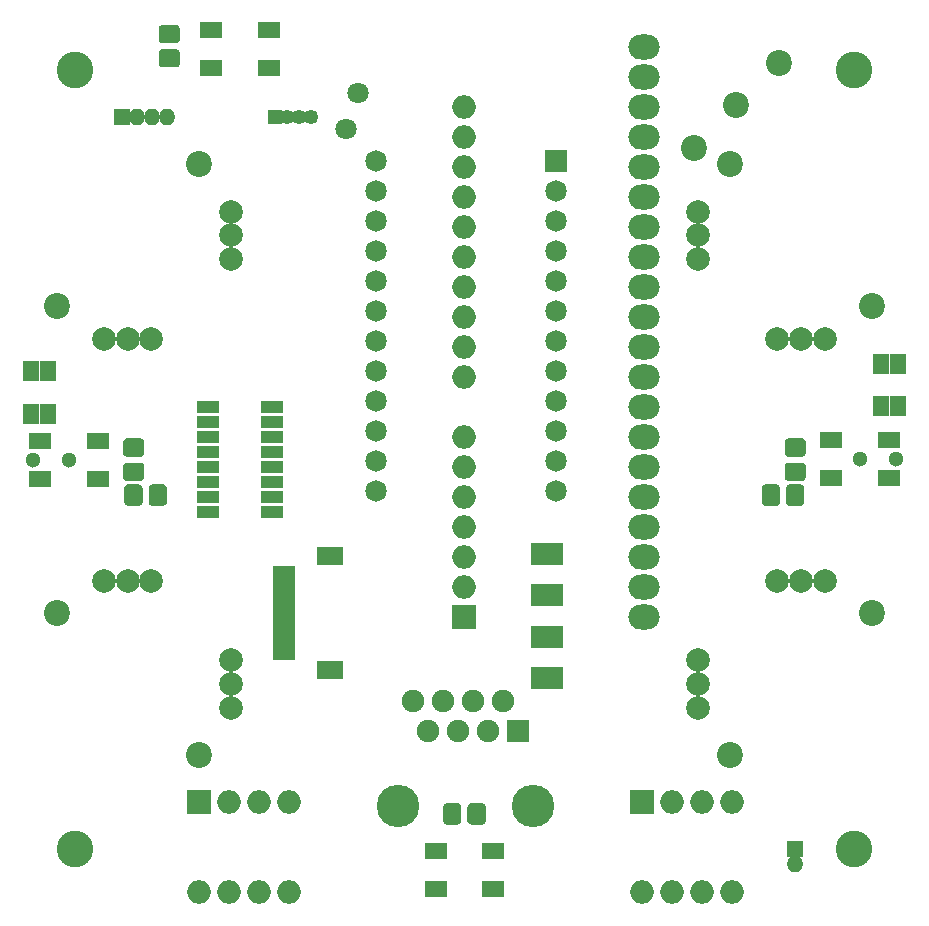
<source format=gts>
G04 #@! TF.GenerationSoftware,KiCad,Pcbnew,(5.0.0)*
G04 #@! TF.CreationDate,2018-11-07T01:04:37+09:00*
G04 #@! TF.ProjectId,handheld_machine_back,68616E6468656C645F6D616368696E65,rev?*
G04 #@! TF.SameCoordinates,Original*
G04 #@! TF.FileFunction,Soldermask,Top*
G04 #@! TF.FilePolarity,Negative*
%FSLAX46Y46*%
G04 Gerber Fmt 4.6, Leading zero omitted, Abs format (unit mm)*
G04 Created by KiCad (PCBNEW (5.0.0)) date 11/07/18 01:04:37*
%MOMM*%
%LPD*%
G01*
G04 APERTURE LIST*
%ADD10C,2.200000*%
%ADD11C,2.000000*%
%ADD12O,2.650000X2.127200*%
%ADD13O,2.000000X2.000000*%
%ADD14R,2.000000X2.000000*%
%ADD15C,3.100000*%
%ADD16C,1.825000*%
%ADD17R,1.825000X1.825000*%
%ADD18C,0.100000*%
%ADD19C,1.550000*%
%ADD20R,1.450000X1.800000*%
%ADD21C,1.300000*%
%ADD22R,1.900000X1.000000*%
%ADD23R,1.900000X1.400000*%
%ADD24R,2.200000X1.600000*%
%ADD25R,1.950000X1.000000*%
%ADD26C,3.600000*%
%ADD27R,1.900000X1.900000*%
%ADD28C,1.900000*%
%ADD29R,1.400000X1.900000*%
%ADD30C,1.800000*%
%ADD31R,1.400000X1.400000*%
%ADD32O,1.400000X1.400000*%
%ADD33R,1.250000X1.250000*%
%ADD34O,1.250000X1.250000*%
G04 APERTURE END LIST*
D10*
G04 #@! TO.C,U4*
X103500000Y-125000000D03*
X115500000Y-137000000D03*
D11*
X111500000Y-122250000D03*
X109500000Y-122250000D03*
X107500000Y-122250000D03*
X118250000Y-133000000D03*
X118250000Y-131000000D03*
X118250000Y-129000000D03*
G04 #@! TD*
D10*
G04 #@! TO.C,U3*
X160500000Y-137000000D03*
X172500000Y-125000000D03*
D11*
X157750000Y-129000000D03*
X157750000Y-131000000D03*
X157750000Y-133000000D03*
X168500000Y-122250000D03*
X166500000Y-122250000D03*
X164500000Y-122250000D03*
G04 #@! TD*
D10*
G04 #@! TO.C,U2*
X172500000Y-99000000D03*
X160500000Y-87000000D03*
D11*
X164500000Y-101750000D03*
X166500000Y-101750000D03*
X168500000Y-101750000D03*
X157750000Y-91000000D03*
X157750000Y-93000000D03*
X157750000Y-95000000D03*
G04 #@! TD*
D10*
G04 #@! TO.C,U1*
X115500000Y-87000000D03*
X103500000Y-99000000D03*
D11*
X118250000Y-95000000D03*
X118250000Y-93000000D03*
X118250000Y-91000000D03*
X107500000Y-101750000D03*
X109500000Y-101750000D03*
X111500000Y-101750000D03*
G04 #@! TD*
D12*
G04 #@! TO.C,U6*
X153240000Y-125351600D03*
X153240000Y-122760800D03*
X153240000Y-120220800D03*
X153240000Y-117680800D03*
X153240000Y-115140800D03*
X153240000Y-112600800D03*
X153240000Y-110060800D03*
X153240000Y-107520800D03*
X153240000Y-104980800D03*
X153240000Y-102440800D03*
X153240000Y-99900800D03*
X153240000Y-97360800D03*
X153240000Y-94820800D03*
X153240000Y-92280800D03*
X153240000Y-89740800D03*
X153240000Y-87200800D03*
X153240000Y-84660800D03*
X153240000Y-82120800D03*
X153240000Y-79580800D03*
X153240000Y-77040800D03*
D13*
X138000000Y-82120800D03*
X138000000Y-84660800D03*
X138000000Y-87200800D03*
X138000000Y-89740800D03*
X138000000Y-92280800D03*
X138000000Y-94820800D03*
X138000000Y-97360800D03*
X138000000Y-99900800D03*
X138000000Y-102440800D03*
X138000000Y-104980800D03*
X138000000Y-110060800D03*
X138000000Y-112600800D03*
X138000000Y-115140800D03*
X138000000Y-117680800D03*
X138000000Y-120220800D03*
X138000000Y-122760800D03*
D14*
X138000000Y-125300800D03*
G04 #@! TD*
D13*
G04 #@! TO.C,SW6*
X153000000Y-148620000D03*
X160620000Y-141000000D03*
X155540000Y-148620000D03*
X158080000Y-141000000D03*
X158080000Y-148620000D03*
X155540000Y-141000000D03*
X160620000Y-148620000D03*
D14*
X153000000Y-141000000D03*
G04 #@! TD*
G04 #@! TO.C,SW5*
X115500000Y-141000000D03*
D13*
X123120000Y-148620000D03*
X118040000Y-141000000D03*
X120580000Y-148620000D03*
X120580000Y-141000000D03*
X118040000Y-148620000D03*
X123120000Y-141000000D03*
X115500000Y-148620000D03*
G04 #@! TD*
D15*
G04 #@! TO.C,MH1*
X105000000Y-79000000D03*
G04 #@! TD*
G04 #@! TO.C,MH2*
X171000000Y-79000000D03*
G04 #@! TD*
G04 #@! TO.C,MH3*
X105000000Y-145000000D03*
G04 #@! TD*
G04 #@! TO.C,MH4*
X171000000Y-145000000D03*
G04 #@! TD*
D16*
G04 #@! TO.C,IC1*
X130500000Y-86750000D03*
X130500000Y-89290000D03*
X130500000Y-91830000D03*
X130500000Y-94370000D03*
X130500000Y-96910000D03*
X130500000Y-99450000D03*
X130500000Y-101990000D03*
X130500000Y-104530000D03*
X130500000Y-107070000D03*
X130500000Y-109610000D03*
X130500000Y-112150000D03*
X130500000Y-114690000D03*
X145750000Y-114690000D03*
X145750000Y-112150000D03*
X145750000Y-109610000D03*
X145750000Y-107070000D03*
X145750000Y-104530000D03*
X145750000Y-101990000D03*
X145750000Y-99450000D03*
X145750000Y-96910000D03*
X145750000Y-94370000D03*
X145750000Y-91830000D03*
X145750000Y-89290000D03*
D17*
X145750000Y-86750000D03*
G04 #@! TD*
D18*
G04 #@! TO.C,R1*
G36*
X166471071Y-114101623D02*
X166503781Y-114106475D01*
X166535857Y-114114509D01*
X166566991Y-114125649D01*
X166596884Y-114139787D01*
X166625247Y-114156787D01*
X166651807Y-114176485D01*
X166676308Y-114198692D01*
X166698515Y-114223193D01*
X166718213Y-114249753D01*
X166735213Y-114278116D01*
X166749351Y-114308009D01*
X166760491Y-114339143D01*
X166768525Y-114371219D01*
X166773377Y-114403929D01*
X166775000Y-114436956D01*
X166775000Y-115563044D01*
X166773377Y-115596071D01*
X166768525Y-115628781D01*
X166760491Y-115660857D01*
X166749351Y-115691991D01*
X166735213Y-115721884D01*
X166718213Y-115750247D01*
X166698515Y-115776807D01*
X166676308Y-115801308D01*
X166651807Y-115823515D01*
X166625247Y-115843213D01*
X166596884Y-115860213D01*
X166566991Y-115874351D01*
X166535857Y-115885491D01*
X166503781Y-115893525D01*
X166471071Y-115898377D01*
X166438044Y-115900000D01*
X165561956Y-115900000D01*
X165528929Y-115898377D01*
X165496219Y-115893525D01*
X165464143Y-115885491D01*
X165433009Y-115874351D01*
X165403116Y-115860213D01*
X165374753Y-115843213D01*
X165348193Y-115823515D01*
X165323692Y-115801308D01*
X165301485Y-115776807D01*
X165281787Y-115750247D01*
X165264787Y-115721884D01*
X165250649Y-115691991D01*
X165239509Y-115660857D01*
X165231475Y-115628781D01*
X165226623Y-115596071D01*
X165225000Y-115563044D01*
X165225000Y-114436956D01*
X165226623Y-114403929D01*
X165231475Y-114371219D01*
X165239509Y-114339143D01*
X165250649Y-114308009D01*
X165264787Y-114278116D01*
X165281787Y-114249753D01*
X165301485Y-114223193D01*
X165323692Y-114198692D01*
X165348193Y-114176485D01*
X165374753Y-114156787D01*
X165403116Y-114139787D01*
X165433009Y-114125649D01*
X165464143Y-114114509D01*
X165496219Y-114106475D01*
X165528929Y-114101623D01*
X165561956Y-114100000D01*
X166438044Y-114100000D01*
X166471071Y-114101623D01*
X166471071Y-114101623D01*
G37*
D19*
X166000000Y-115000000D03*
D18*
G36*
X164421071Y-114101623D02*
X164453781Y-114106475D01*
X164485857Y-114114509D01*
X164516991Y-114125649D01*
X164546884Y-114139787D01*
X164575247Y-114156787D01*
X164601807Y-114176485D01*
X164626308Y-114198692D01*
X164648515Y-114223193D01*
X164668213Y-114249753D01*
X164685213Y-114278116D01*
X164699351Y-114308009D01*
X164710491Y-114339143D01*
X164718525Y-114371219D01*
X164723377Y-114403929D01*
X164725000Y-114436956D01*
X164725000Y-115563044D01*
X164723377Y-115596071D01*
X164718525Y-115628781D01*
X164710491Y-115660857D01*
X164699351Y-115691991D01*
X164685213Y-115721884D01*
X164668213Y-115750247D01*
X164648515Y-115776807D01*
X164626308Y-115801308D01*
X164601807Y-115823515D01*
X164575247Y-115843213D01*
X164546884Y-115860213D01*
X164516991Y-115874351D01*
X164485857Y-115885491D01*
X164453781Y-115893525D01*
X164421071Y-115898377D01*
X164388044Y-115900000D01*
X163511956Y-115900000D01*
X163478929Y-115898377D01*
X163446219Y-115893525D01*
X163414143Y-115885491D01*
X163383009Y-115874351D01*
X163353116Y-115860213D01*
X163324753Y-115843213D01*
X163298193Y-115823515D01*
X163273692Y-115801308D01*
X163251485Y-115776807D01*
X163231787Y-115750247D01*
X163214787Y-115721884D01*
X163200649Y-115691991D01*
X163189509Y-115660857D01*
X163181475Y-115628781D01*
X163176623Y-115596071D01*
X163175000Y-115563044D01*
X163175000Y-114436956D01*
X163176623Y-114403929D01*
X163181475Y-114371219D01*
X163189509Y-114339143D01*
X163200649Y-114308009D01*
X163214787Y-114278116D01*
X163231787Y-114249753D01*
X163251485Y-114223193D01*
X163273692Y-114198692D01*
X163298193Y-114176485D01*
X163324753Y-114156787D01*
X163353116Y-114139787D01*
X163383009Y-114125649D01*
X163414143Y-114114509D01*
X163446219Y-114106475D01*
X163478929Y-114101623D01*
X163511956Y-114100000D01*
X164388044Y-114100000D01*
X164421071Y-114101623D01*
X164421071Y-114101623D01*
G37*
D19*
X163950000Y-115000000D03*
G04 #@! TD*
D18*
G04 #@! TO.C,R2*
G36*
X112496071Y-114101623D02*
X112528781Y-114106475D01*
X112560857Y-114114509D01*
X112591991Y-114125649D01*
X112621884Y-114139787D01*
X112650247Y-114156787D01*
X112676807Y-114176485D01*
X112701308Y-114198692D01*
X112723515Y-114223193D01*
X112743213Y-114249753D01*
X112760213Y-114278116D01*
X112774351Y-114308009D01*
X112785491Y-114339143D01*
X112793525Y-114371219D01*
X112798377Y-114403929D01*
X112800000Y-114436956D01*
X112800000Y-115563044D01*
X112798377Y-115596071D01*
X112793525Y-115628781D01*
X112785491Y-115660857D01*
X112774351Y-115691991D01*
X112760213Y-115721884D01*
X112743213Y-115750247D01*
X112723515Y-115776807D01*
X112701308Y-115801308D01*
X112676807Y-115823515D01*
X112650247Y-115843213D01*
X112621884Y-115860213D01*
X112591991Y-115874351D01*
X112560857Y-115885491D01*
X112528781Y-115893525D01*
X112496071Y-115898377D01*
X112463044Y-115900000D01*
X111586956Y-115900000D01*
X111553929Y-115898377D01*
X111521219Y-115893525D01*
X111489143Y-115885491D01*
X111458009Y-115874351D01*
X111428116Y-115860213D01*
X111399753Y-115843213D01*
X111373193Y-115823515D01*
X111348692Y-115801308D01*
X111326485Y-115776807D01*
X111306787Y-115750247D01*
X111289787Y-115721884D01*
X111275649Y-115691991D01*
X111264509Y-115660857D01*
X111256475Y-115628781D01*
X111251623Y-115596071D01*
X111250000Y-115563044D01*
X111250000Y-114436956D01*
X111251623Y-114403929D01*
X111256475Y-114371219D01*
X111264509Y-114339143D01*
X111275649Y-114308009D01*
X111289787Y-114278116D01*
X111306787Y-114249753D01*
X111326485Y-114223193D01*
X111348692Y-114198692D01*
X111373193Y-114176485D01*
X111399753Y-114156787D01*
X111428116Y-114139787D01*
X111458009Y-114125649D01*
X111489143Y-114114509D01*
X111521219Y-114106475D01*
X111553929Y-114101623D01*
X111586956Y-114100000D01*
X112463044Y-114100000D01*
X112496071Y-114101623D01*
X112496071Y-114101623D01*
G37*
D19*
X112025000Y-115000000D03*
D18*
G36*
X110446071Y-114101623D02*
X110478781Y-114106475D01*
X110510857Y-114114509D01*
X110541991Y-114125649D01*
X110571884Y-114139787D01*
X110600247Y-114156787D01*
X110626807Y-114176485D01*
X110651308Y-114198692D01*
X110673515Y-114223193D01*
X110693213Y-114249753D01*
X110710213Y-114278116D01*
X110724351Y-114308009D01*
X110735491Y-114339143D01*
X110743525Y-114371219D01*
X110748377Y-114403929D01*
X110750000Y-114436956D01*
X110750000Y-115563044D01*
X110748377Y-115596071D01*
X110743525Y-115628781D01*
X110735491Y-115660857D01*
X110724351Y-115691991D01*
X110710213Y-115721884D01*
X110693213Y-115750247D01*
X110673515Y-115776807D01*
X110651308Y-115801308D01*
X110626807Y-115823515D01*
X110600247Y-115843213D01*
X110571884Y-115860213D01*
X110541991Y-115874351D01*
X110510857Y-115885491D01*
X110478781Y-115893525D01*
X110446071Y-115898377D01*
X110413044Y-115900000D01*
X109536956Y-115900000D01*
X109503929Y-115898377D01*
X109471219Y-115893525D01*
X109439143Y-115885491D01*
X109408009Y-115874351D01*
X109378116Y-115860213D01*
X109349753Y-115843213D01*
X109323193Y-115823515D01*
X109298692Y-115801308D01*
X109276485Y-115776807D01*
X109256787Y-115750247D01*
X109239787Y-115721884D01*
X109225649Y-115691991D01*
X109214509Y-115660857D01*
X109206475Y-115628781D01*
X109201623Y-115596071D01*
X109200000Y-115563044D01*
X109200000Y-114436956D01*
X109201623Y-114403929D01*
X109206475Y-114371219D01*
X109214509Y-114339143D01*
X109225649Y-114308009D01*
X109239787Y-114278116D01*
X109256787Y-114249753D01*
X109276485Y-114223193D01*
X109298692Y-114198692D01*
X109323193Y-114176485D01*
X109349753Y-114156787D01*
X109378116Y-114139787D01*
X109408009Y-114125649D01*
X109439143Y-114114509D01*
X109471219Y-114106475D01*
X109503929Y-114101623D01*
X109536956Y-114100000D01*
X110413044Y-114100000D01*
X110446071Y-114101623D01*
X110446071Y-114101623D01*
G37*
D19*
X109975000Y-115000000D03*
G04 #@! TD*
D20*
G04 #@! TO.C,S1*
X101275000Y-108100000D03*
X101275000Y-104500000D03*
X102725000Y-108100000D03*
X102725000Y-104500000D03*
G04 #@! TD*
G04 #@! TO.C,S2*
X173275000Y-107500000D03*
X173275000Y-103900000D03*
X174725000Y-107500000D03*
X174725000Y-103900000D03*
G04 #@! TD*
D21*
G04 #@! TO.C,SW2*
X174499635Y-111958817D03*
X171499635Y-111958817D03*
G04 #@! TD*
G04 #@! TO.C,SW3*
X104500365Y-112041183D03*
X101500365Y-112041183D03*
G04 #@! TD*
D22*
G04 #@! TO.C,U5*
X121700000Y-116445000D03*
X121700000Y-115175000D03*
X121700000Y-113905000D03*
X121700000Y-112635000D03*
X121700000Y-111365000D03*
X121700000Y-110095000D03*
X121700000Y-108825000D03*
X121700000Y-107555000D03*
X116300000Y-107555000D03*
X116300000Y-108825000D03*
X116300000Y-110095000D03*
X116300000Y-111365000D03*
X116300000Y-112635000D03*
X116300000Y-113905000D03*
X116300000Y-115175000D03*
X116300000Y-116445000D03*
G04 #@! TD*
D18*
G04 #@! TO.C,C1*
G36*
X113596071Y-77251623D02*
X113628781Y-77256475D01*
X113660857Y-77264509D01*
X113691991Y-77275649D01*
X113721884Y-77289787D01*
X113750247Y-77306787D01*
X113776807Y-77326485D01*
X113801308Y-77348692D01*
X113823515Y-77373193D01*
X113843213Y-77399753D01*
X113860213Y-77428116D01*
X113874351Y-77458009D01*
X113885491Y-77489143D01*
X113893525Y-77521219D01*
X113898377Y-77553929D01*
X113900000Y-77586956D01*
X113900000Y-78463044D01*
X113898377Y-78496071D01*
X113893525Y-78528781D01*
X113885491Y-78560857D01*
X113874351Y-78591991D01*
X113860213Y-78621884D01*
X113843213Y-78650247D01*
X113823515Y-78676807D01*
X113801308Y-78701308D01*
X113776807Y-78723515D01*
X113750247Y-78743213D01*
X113721884Y-78760213D01*
X113691991Y-78774351D01*
X113660857Y-78785491D01*
X113628781Y-78793525D01*
X113596071Y-78798377D01*
X113563044Y-78800000D01*
X112436956Y-78800000D01*
X112403929Y-78798377D01*
X112371219Y-78793525D01*
X112339143Y-78785491D01*
X112308009Y-78774351D01*
X112278116Y-78760213D01*
X112249753Y-78743213D01*
X112223193Y-78723515D01*
X112198692Y-78701308D01*
X112176485Y-78676807D01*
X112156787Y-78650247D01*
X112139787Y-78621884D01*
X112125649Y-78591991D01*
X112114509Y-78560857D01*
X112106475Y-78528781D01*
X112101623Y-78496071D01*
X112100000Y-78463044D01*
X112100000Y-77586956D01*
X112101623Y-77553929D01*
X112106475Y-77521219D01*
X112114509Y-77489143D01*
X112125649Y-77458009D01*
X112139787Y-77428116D01*
X112156787Y-77399753D01*
X112176485Y-77373193D01*
X112198692Y-77348692D01*
X112223193Y-77326485D01*
X112249753Y-77306787D01*
X112278116Y-77289787D01*
X112308009Y-77275649D01*
X112339143Y-77264509D01*
X112371219Y-77256475D01*
X112403929Y-77251623D01*
X112436956Y-77250000D01*
X113563044Y-77250000D01*
X113596071Y-77251623D01*
X113596071Y-77251623D01*
G37*
D19*
X113000000Y-78025000D03*
D18*
G36*
X113596071Y-75201623D02*
X113628781Y-75206475D01*
X113660857Y-75214509D01*
X113691991Y-75225649D01*
X113721884Y-75239787D01*
X113750247Y-75256787D01*
X113776807Y-75276485D01*
X113801308Y-75298692D01*
X113823515Y-75323193D01*
X113843213Y-75349753D01*
X113860213Y-75378116D01*
X113874351Y-75408009D01*
X113885491Y-75439143D01*
X113893525Y-75471219D01*
X113898377Y-75503929D01*
X113900000Y-75536956D01*
X113900000Y-76413044D01*
X113898377Y-76446071D01*
X113893525Y-76478781D01*
X113885491Y-76510857D01*
X113874351Y-76541991D01*
X113860213Y-76571884D01*
X113843213Y-76600247D01*
X113823515Y-76626807D01*
X113801308Y-76651308D01*
X113776807Y-76673515D01*
X113750247Y-76693213D01*
X113721884Y-76710213D01*
X113691991Y-76724351D01*
X113660857Y-76735491D01*
X113628781Y-76743525D01*
X113596071Y-76748377D01*
X113563044Y-76750000D01*
X112436956Y-76750000D01*
X112403929Y-76748377D01*
X112371219Y-76743525D01*
X112339143Y-76735491D01*
X112308009Y-76724351D01*
X112278116Y-76710213D01*
X112249753Y-76693213D01*
X112223193Y-76673515D01*
X112198692Y-76651308D01*
X112176485Y-76626807D01*
X112156787Y-76600247D01*
X112139787Y-76571884D01*
X112125649Y-76541991D01*
X112114509Y-76510857D01*
X112106475Y-76478781D01*
X112101623Y-76446071D01*
X112100000Y-76413044D01*
X112100000Y-75536956D01*
X112101623Y-75503929D01*
X112106475Y-75471219D01*
X112114509Y-75439143D01*
X112125649Y-75408009D01*
X112139787Y-75378116D01*
X112156787Y-75349753D01*
X112176485Y-75323193D01*
X112198692Y-75298692D01*
X112223193Y-75276485D01*
X112249753Y-75256787D01*
X112278116Y-75239787D01*
X112308009Y-75225649D01*
X112339143Y-75214509D01*
X112371219Y-75206475D01*
X112403929Y-75201623D01*
X112436956Y-75200000D01*
X113563044Y-75200000D01*
X113596071Y-75201623D01*
X113596071Y-75201623D01*
G37*
D19*
X113000000Y-75975000D03*
G04 #@! TD*
D18*
G04 #@! TO.C,C2*
G36*
X137446071Y-141101623D02*
X137478781Y-141106475D01*
X137510857Y-141114509D01*
X137541991Y-141125649D01*
X137571884Y-141139787D01*
X137600247Y-141156787D01*
X137626807Y-141176485D01*
X137651308Y-141198692D01*
X137673515Y-141223193D01*
X137693213Y-141249753D01*
X137710213Y-141278116D01*
X137724351Y-141308009D01*
X137735491Y-141339143D01*
X137743525Y-141371219D01*
X137748377Y-141403929D01*
X137750000Y-141436956D01*
X137750000Y-142563044D01*
X137748377Y-142596071D01*
X137743525Y-142628781D01*
X137735491Y-142660857D01*
X137724351Y-142691991D01*
X137710213Y-142721884D01*
X137693213Y-142750247D01*
X137673515Y-142776807D01*
X137651308Y-142801308D01*
X137626807Y-142823515D01*
X137600247Y-142843213D01*
X137571884Y-142860213D01*
X137541991Y-142874351D01*
X137510857Y-142885491D01*
X137478781Y-142893525D01*
X137446071Y-142898377D01*
X137413044Y-142900000D01*
X136536956Y-142900000D01*
X136503929Y-142898377D01*
X136471219Y-142893525D01*
X136439143Y-142885491D01*
X136408009Y-142874351D01*
X136378116Y-142860213D01*
X136349753Y-142843213D01*
X136323193Y-142823515D01*
X136298692Y-142801308D01*
X136276485Y-142776807D01*
X136256787Y-142750247D01*
X136239787Y-142721884D01*
X136225649Y-142691991D01*
X136214509Y-142660857D01*
X136206475Y-142628781D01*
X136201623Y-142596071D01*
X136200000Y-142563044D01*
X136200000Y-141436956D01*
X136201623Y-141403929D01*
X136206475Y-141371219D01*
X136214509Y-141339143D01*
X136225649Y-141308009D01*
X136239787Y-141278116D01*
X136256787Y-141249753D01*
X136276485Y-141223193D01*
X136298692Y-141198692D01*
X136323193Y-141176485D01*
X136349753Y-141156787D01*
X136378116Y-141139787D01*
X136408009Y-141125649D01*
X136439143Y-141114509D01*
X136471219Y-141106475D01*
X136503929Y-141101623D01*
X136536956Y-141100000D01*
X137413044Y-141100000D01*
X137446071Y-141101623D01*
X137446071Y-141101623D01*
G37*
D19*
X136975000Y-142000000D03*
D18*
G36*
X139496071Y-141101623D02*
X139528781Y-141106475D01*
X139560857Y-141114509D01*
X139591991Y-141125649D01*
X139621884Y-141139787D01*
X139650247Y-141156787D01*
X139676807Y-141176485D01*
X139701308Y-141198692D01*
X139723515Y-141223193D01*
X139743213Y-141249753D01*
X139760213Y-141278116D01*
X139774351Y-141308009D01*
X139785491Y-141339143D01*
X139793525Y-141371219D01*
X139798377Y-141403929D01*
X139800000Y-141436956D01*
X139800000Y-142563044D01*
X139798377Y-142596071D01*
X139793525Y-142628781D01*
X139785491Y-142660857D01*
X139774351Y-142691991D01*
X139760213Y-142721884D01*
X139743213Y-142750247D01*
X139723515Y-142776807D01*
X139701308Y-142801308D01*
X139676807Y-142823515D01*
X139650247Y-142843213D01*
X139621884Y-142860213D01*
X139591991Y-142874351D01*
X139560857Y-142885491D01*
X139528781Y-142893525D01*
X139496071Y-142898377D01*
X139463044Y-142900000D01*
X138586956Y-142900000D01*
X138553929Y-142898377D01*
X138521219Y-142893525D01*
X138489143Y-142885491D01*
X138458009Y-142874351D01*
X138428116Y-142860213D01*
X138399753Y-142843213D01*
X138373193Y-142823515D01*
X138348692Y-142801308D01*
X138326485Y-142776807D01*
X138306787Y-142750247D01*
X138289787Y-142721884D01*
X138275649Y-142691991D01*
X138264509Y-142660857D01*
X138256475Y-142628781D01*
X138251623Y-142596071D01*
X138250000Y-142563044D01*
X138250000Y-141436956D01*
X138251623Y-141403929D01*
X138256475Y-141371219D01*
X138264509Y-141339143D01*
X138275649Y-141308009D01*
X138289787Y-141278116D01*
X138306787Y-141249753D01*
X138326485Y-141223193D01*
X138348692Y-141198692D01*
X138373193Y-141176485D01*
X138399753Y-141156787D01*
X138428116Y-141139787D01*
X138458009Y-141125649D01*
X138489143Y-141114509D01*
X138521219Y-141106475D01*
X138553929Y-141101623D01*
X138586956Y-141100000D01*
X139463044Y-141100000D01*
X139496071Y-141101623D01*
X139496071Y-141101623D01*
G37*
D19*
X139025000Y-142000000D03*
G04 #@! TD*
D18*
G04 #@! TO.C,C3*
G36*
X110596071Y-112251623D02*
X110628781Y-112256475D01*
X110660857Y-112264509D01*
X110691991Y-112275649D01*
X110721884Y-112289787D01*
X110750247Y-112306787D01*
X110776807Y-112326485D01*
X110801308Y-112348692D01*
X110823515Y-112373193D01*
X110843213Y-112399753D01*
X110860213Y-112428116D01*
X110874351Y-112458009D01*
X110885491Y-112489143D01*
X110893525Y-112521219D01*
X110898377Y-112553929D01*
X110900000Y-112586956D01*
X110900000Y-113463044D01*
X110898377Y-113496071D01*
X110893525Y-113528781D01*
X110885491Y-113560857D01*
X110874351Y-113591991D01*
X110860213Y-113621884D01*
X110843213Y-113650247D01*
X110823515Y-113676807D01*
X110801308Y-113701308D01*
X110776807Y-113723515D01*
X110750247Y-113743213D01*
X110721884Y-113760213D01*
X110691991Y-113774351D01*
X110660857Y-113785491D01*
X110628781Y-113793525D01*
X110596071Y-113798377D01*
X110563044Y-113800000D01*
X109436956Y-113800000D01*
X109403929Y-113798377D01*
X109371219Y-113793525D01*
X109339143Y-113785491D01*
X109308009Y-113774351D01*
X109278116Y-113760213D01*
X109249753Y-113743213D01*
X109223193Y-113723515D01*
X109198692Y-113701308D01*
X109176485Y-113676807D01*
X109156787Y-113650247D01*
X109139787Y-113621884D01*
X109125649Y-113591991D01*
X109114509Y-113560857D01*
X109106475Y-113528781D01*
X109101623Y-113496071D01*
X109100000Y-113463044D01*
X109100000Y-112586956D01*
X109101623Y-112553929D01*
X109106475Y-112521219D01*
X109114509Y-112489143D01*
X109125649Y-112458009D01*
X109139787Y-112428116D01*
X109156787Y-112399753D01*
X109176485Y-112373193D01*
X109198692Y-112348692D01*
X109223193Y-112326485D01*
X109249753Y-112306787D01*
X109278116Y-112289787D01*
X109308009Y-112275649D01*
X109339143Y-112264509D01*
X109371219Y-112256475D01*
X109403929Y-112251623D01*
X109436956Y-112250000D01*
X110563044Y-112250000D01*
X110596071Y-112251623D01*
X110596071Y-112251623D01*
G37*
D19*
X110000000Y-113025000D03*
D18*
G36*
X110596071Y-110201623D02*
X110628781Y-110206475D01*
X110660857Y-110214509D01*
X110691991Y-110225649D01*
X110721884Y-110239787D01*
X110750247Y-110256787D01*
X110776807Y-110276485D01*
X110801308Y-110298692D01*
X110823515Y-110323193D01*
X110843213Y-110349753D01*
X110860213Y-110378116D01*
X110874351Y-110408009D01*
X110885491Y-110439143D01*
X110893525Y-110471219D01*
X110898377Y-110503929D01*
X110900000Y-110536956D01*
X110900000Y-111413044D01*
X110898377Y-111446071D01*
X110893525Y-111478781D01*
X110885491Y-111510857D01*
X110874351Y-111541991D01*
X110860213Y-111571884D01*
X110843213Y-111600247D01*
X110823515Y-111626807D01*
X110801308Y-111651308D01*
X110776807Y-111673515D01*
X110750247Y-111693213D01*
X110721884Y-111710213D01*
X110691991Y-111724351D01*
X110660857Y-111735491D01*
X110628781Y-111743525D01*
X110596071Y-111748377D01*
X110563044Y-111750000D01*
X109436956Y-111750000D01*
X109403929Y-111748377D01*
X109371219Y-111743525D01*
X109339143Y-111735491D01*
X109308009Y-111724351D01*
X109278116Y-111710213D01*
X109249753Y-111693213D01*
X109223193Y-111673515D01*
X109198692Y-111651308D01*
X109176485Y-111626807D01*
X109156787Y-111600247D01*
X109139787Y-111571884D01*
X109125649Y-111541991D01*
X109114509Y-111510857D01*
X109106475Y-111478781D01*
X109101623Y-111446071D01*
X109100000Y-111413044D01*
X109100000Y-110536956D01*
X109101623Y-110503929D01*
X109106475Y-110471219D01*
X109114509Y-110439143D01*
X109125649Y-110408009D01*
X109139787Y-110378116D01*
X109156787Y-110349753D01*
X109176485Y-110323193D01*
X109198692Y-110298692D01*
X109223193Y-110276485D01*
X109249753Y-110256787D01*
X109278116Y-110239787D01*
X109308009Y-110225649D01*
X109339143Y-110214509D01*
X109371219Y-110206475D01*
X109403929Y-110201623D01*
X109436956Y-110200000D01*
X110563044Y-110200000D01*
X110596071Y-110201623D01*
X110596071Y-110201623D01*
G37*
D19*
X110000000Y-110975000D03*
G04 #@! TD*
D18*
G04 #@! TO.C,C4*
G36*
X166596071Y-110201623D02*
X166628781Y-110206475D01*
X166660857Y-110214509D01*
X166691991Y-110225649D01*
X166721884Y-110239787D01*
X166750247Y-110256787D01*
X166776807Y-110276485D01*
X166801308Y-110298692D01*
X166823515Y-110323193D01*
X166843213Y-110349753D01*
X166860213Y-110378116D01*
X166874351Y-110408009D01*
X166885491Y-110439143D01*
X166893525Y-110471219D01*
X166898377Y-110503929D01*
X166900000Y-110536956D01*
X166900000Y-111413044D01*
X166898377Y-111446071D01*
X166893525Y-111478781D01*
X166885491Y-111510857D01*
X166874351Y-111541991D01*
X166860213Y-111571884D01*
X166843213Y-111600247D01*
X166823515Y-111626807D01*
X166801308Y-111651308D01*
X166776807Y-111673515D01*
X166750247Y-111693213D01*
X166721884Y-111710213D01*
X166691991Y-111724351D01*
X166660857Y-111735491D01*
X166628781Y-111743525D01*
X166596071Y-111748377D01*
X166563044Y-111750000D01*
X165436956Y-111750000D01*
X165403929Y-111748377D01*
X165371219Y-111743525D01*
X165339143Y-111735491D01*
X165308009Y-111724351D01*
X165278116Y-111710213D01*
X165249753Y-111693213D01*
X165223193Y-111673515D01*
X165198692Y-111651308D01*
X165176485Y-111626807D01*
X165156787Y-111600247D01*
X165139787Y-111571884D01*
X165125649Y-111541991D01*
X165114509Y-111510857D01*
X165106475Y-111478781D01*
X165101623Y-111446071D01*
X165100000Y-111413044D01*
X165100000Y-110536956D01*
X165101623Y-110503929D01*
X165106475Y-110471219D01*
X165114509Y-110439143D01*
X165125649Y-110408009D01*
X165139787Y-110378116D01*
X165156787Y-110349753D01*
X165176485Y-110323193D01*
X165198692Y-110298692D01*
X165223193Y-110276485D01*
X165249753Y-110256787D01*
X165278116Y-110239787D01*
X165308009Y-110225649D01*
X165339143Y-110214509D01*
X165371219Y-110206475D01*
X165403929Y-110201623D01*
X165436956Y-110200000D01*
X166563044Y-110200000D01*
X166596071Y-110201623D01*
X166596071Y-110201623D01*
G37*
D19*
X166000000Y-110975000D03*
D18*
G36*
X166596071Y-112251623D02*
X166628781Y-112256475D01*
X166660857Y-112264509D01*
X166691991Y-112275649D01*
X166721884Y-112289787D01*
X166750247Y-112306787D01*
X166776807Y-112326485D01*
X166801308Y-112348692D01*
X166823515Y-112373193D01*
X166843213Y-112399753D01*
X166860213Y-112428116D01*
X166874351Y-112458009D01*
X166885491Y-112489143D01*
X166893525Y-112521219D01*
X166898377Y-112553929D01*
X166900000Y-112586956D01*
X166900000Y-113463044D01*
X166898377Y-113496071D01*
X166893525Y-113528781D01*
X166885491Y-113560857D01*
X166874351Y-113591991D01*
X166860213Y-113621884D01*
X166843213Y-113650247D01*
X166823515Y-113676807D01*
X166801308Y-113701308D01*
X166776807Y-113723515D01*
X166750247Y-113743213D01*
X166721884Y-113760213D01*
X166691991Y-113774351D01*
X166660857Y-113785491D01*
X166628781Y-113793525D01*
X166596071Y-113798377D01*
X166563044Y-113800000D01*
X165436956Y-113800000D01*
X165403929Y-113798377D01*
X165371219Y-113793525D01*
X165339143Y-113785491D01*
X165308009Y-113774351D01*
X165278116Y-113760213D01*
X165249753Y-113743213D01*
X165223193Y-113723515D01*
X165198692Y-113701308D01*
X165176485Y-113676807D01*
X165156787Y-113650247D01*
X165139787Y-113621884D01*
X165125649Y-113591991D01*
X165114509Y-113560857D01*
X165106475Y-113528781D01*
X165101623Y-113496071D01*
X165100000Y-113463044D01*
X165100000Y-112586956D01*
X165101623Y-112553929D01*
X165106475Y-112521219D01*
X165114509Y-112489143D01*
X165125649Y-112458009D01*
X165139787Y-112428116D01*
X165156787Y-112399753D01*
X165176485Y-112373193D01*
X165198692Y-112348692D01*
X165223193Y-112326485D01*
X165249753Y-112306787D01*
X165278116Y-112289787D01*
X165308009Y-112275649D01*
X165339143Y-112264509D01*
X165371219Y-112256475D01*
X165403929Y-112251623D01*
X165436956Y-112250000D01*
X166563044Y-112250000D01*
X166596071Y-112251623D01*
X166596071Y-112251623D01*
G37*
D19*
X166000000Y-113025000D03*
G04 #@! TD*
D23*
G04 #@! TO.C,D1*
X121450000Y-78850000D03*
X121450000Y-75650000D03*
X116550000Y-78850000D03*
X116550000Y-75650000D03*
G04 #@! TD*
G04 #@! TO.C,D2*
X135550000Y-145150000D03*
X135550000Y-148350000D03*
X140450000Y-145150000D03*
X140450000Y-148350000D03*
G04 #@! TD*
G04 #@! TO.C,D3*
X106950000Y-113641000D03*
X106950000Y-110441000D03*
X102050000Y-113641000D03*
X102050000Y-110441000D03*
G04 #@! TD*
G04 #@! TO.C,D4*
X169050000Y-110359000D03*
X169050000Y-113559000D03*
X173950000Y-110359000D03*
X173950000Y-113559000D03*
G04 #@! TD*
D24*
G04 #@! TO.C,J2*
X126625000Y-120200000D03*
X126625000Y-129800000D03*
D25*
X122750000Y-121500000D03*
X122750000Y-122500000D03*
X122750000Y-123500000D03*
X122750000Y-124500000D03*
X122750000Y-125500000D03*
X122750000Y-126500000D03*
X122750000Y-127500000D03*
X122750000Y-128500000D03*
G04 #@! TD*
D26*
G04 #@! TO.C,J4*
X132340000Y-141350000D03*
X143770000Y-141350000D03*
D27*
X142500000Y-135000000D03*
D28*
X141230000Y-132460000D03*
X139960000Y-135000000D03*
X138690000Y-132460000D03*
X137420000Y-135000000D03*
X136150000Y-132460000D03*
X134880000Y-135000000D03*
X133610000Y-132460000D03*
G04 #@! TD*
D29*
G04 #@! TO.C,JP3*
X145650000Y-120000000D03*
X144350000Y-120000000D03*
G04 #@! TD*
G04 #@! TO.C,JP4*
X144350000Y-123500000D03*
X145650000Y-123500000D03*
G04 #@! TD*
G04 #@! TO.C,JP5*
X145650000Y-127000000D03*
X144350000Y-127000000D03*
G04 #@! TD*
G04 #@! TO.C,JP6*
X144350000Y-130500000D03*
X145650000Y-130500000D03*
G04 #@! TD*
D10*
G04 #@! TO.C,SW4*
X164592102Y-78407898D03*
X161000000Y-82000000D03*
X157407898Y-85592102D03*
G04 #@! TD*
D30*
G04 #@! TO.C,TP1*
X129000000Y-81000000D03*
G04 #@! TD*
G04 #@! TO.C,TP2*
X128000000Y-84000000D03*
G04 #@! TD*
D31*
G04 #@! TO.C,J5*
X109000000Y-83000000D03*
D32*
X110270000Y-83000000D03*
X111540000Y-83000000D03*
X112810000Y-83000000D03*
G04 #@! TD*
D33*
G04 #@! TO.C,J1*
X122000000Y-83000000D03*
D34*
X123000000Y-83000000D03*
X124000000Y-83000000D03*
X125000000Y-83000000D03*
G04 #@! TD*
D31*
G04 #@! TO.C,J6*
X166000000Y-145000000D03*
D32*
X166000000Y-146270000D03*
G04 #@! TD*
M02*

</source>
